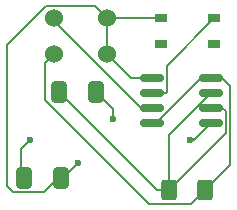
<source format=gbr>
%TF.GenerationSoftware,KiCad,Pcbnew,8.0.6*%
%TF.CreationDate,2024-10-27T16:48:45-04:00*%
%TF.ProjectId,monostable,6d6f6e6f-7374-4616-926c-652e6b696361,rev?*%
%TF.SameCoordinates,Original*%
%TF.FileFunction,Copper,L1,Top*%
%TF.FilePolarity,Positive*%
%FSLAX46Y46*%
G04 Gerber Fmt 4.6, Leading zero omitted, Abs format (unit mm)*
G04 Created by KiCad (PCBNEW 8.0.6) date 2024-10-27 16:48:45*
%MOMM*%
%LPD*%
G01*
G04 APERTURE LIST*
G04 Aperture macros list*
%AMRoundRect*
0 Rectangle with rounded corners*
0 $1 Rounding radius*
0 $2 $3 $4 $5 $6 $7 $8 $9 X,Y pos of 4 corners*
0 Add a 4 corners polygon primitive as box body*
4,1,4,$2,$3,$4,$5,$6,$7,$8,$9,$2,$3,0*
0 Add four circle primitives for the rounded corners*
1,1,$1+$1,$2,$3*
1,1,$1+$1,$4,$5*
1,1,$1+$1,$6,$7*
1,1,$1+$1,$8,$9*
0 Add four rect primitives between the rounded corners*
20,1,$1+$1,$2,$3,$4,$5,0*
20,1,$1+$1,$4,$5,$6,$7,0*
20,1,$1+$1,$6,$7,$8,$9,0*
20,1,$1+$1,$8,$9,$2,$3,0*%
G04 Aperture macros list end*
%TA.AperFunction,SMDPad,CuDef*%
%ADD10RoundRect,0.150000X-0.825000X-0.150000X0.825000X-0.150000X0.825000X0.150000X-0.825000X0.150000X0*%
%TD*%
%TA.AperFunction,SMDPad,CuDef*%
%ADD11R,0.990600X0.711200*%
%TD*%
%TA.AperFunction,SMDPad,CuDef*%
%ADD12RoundRect,0.250000X-0.400000X-0.625000X0.400000X-0.625000X0.400000X0.625000X-0.400000X0.625000X0*%
%TD*%
%TA.AperFunction,ComponentPad*%
%ADD13C,1.524000*%
%TD*%
%TA.AperFunction,SMDPad,CuDef*%
%ADD14RoundRect,0.250000X-0.412500X-0.650000X0.412500X-0.650000X0.412500X0.650000X-0.412500X0.650000X0*%
%TD*%
%TA.AperFunction,ViaPad*%
%ADD15C,0.600000*%
%TD*%
%TA.AperFunction,Conductor*%
%ADD16C,0.200000*%
%TD*%
G04 APERTURE END LIST*
D10*
%TO.P,U1,1,GND*%
%TO.N,GND*%
X137550000Y-44000000D03*
%TO.P,U1,2,TR*%
%TO.N,Net-(U1-TR)*%
X137550000Y-45270000D03*
%TO.P,U1,3,Q*%
%TO.N,Net-(J1-Pin_1)*%
X137550000Y-46540000D03*
%TO.P,U1,4,R*%
%TO.N,VCC*%
X137550000Y-47810000D03*
%TO.P,U1,5,CV*%
%TO.N,Net-(U1-CV)*%
X142500000Y-47810000D03*
%TO.P,U1,6,THR*%
%TO.N,Net-(U1-DIS)*%
X142500000Y-46540000D03*
%TO.P,U1,7,DIS*%
X142500000Y-45270000D03*
%TO.P,U1,8,VCC*%
%TO.N,VCC*%
X142500000Y-44000000D03*
%TD*%
D11*
%TO.P,SW1,1,1*%
%TO.N,GND*%
X138330799Y-38966501D03*
%TO.P,SW1,2,2*%
%TO.N,Net-(U1-TR)*%
X142830801Y-38966501D03*
%TO.P,SW1,3*%
%TO.N,N/C*%
X138330799Y-41116499D03*
%TO.P,SW1,4*%
X142830801Y-41116499D03*
%TD*%
D12*
%TO.P,R1,1*%
%TO.N,Net-(U1-DIS)*%
X138950000Y-53500000D03*
%TO.P,R1,2*%
%TO.N,VCC*%
X142050000Y-53500000D03*
%TD*%
D13*
%TO.P,J2,1,Pin_1*%
%TO.N,VCC*%
X129250000Y-41994000D03*
%TO.P,J2,2,Pin_2*%
%TO.N,GND*%
X133750000Y-41994000D03*
%TD*%
%TO.P,J1,1,Pin_1*%
%TO.N,Net-(J1-Pin_1)*%
X129250000Y-38959999D03*
%TO.P,J1,2,Pin_2*%
%TO.N,GND*%
X133750000Y-38959999D03*
%TD*%
D14*
%TO.P,C2,1*%
%TO.N,Net-(U1-CV)*%
X126687500Y-52500000D03*
%TO.P,C2,2*%
%TO.N,GND*%
X129812500Y-52500000D03*
%TD*%
%TO.P,C1,1*%
%TO.N,Net-(U1-DIS)*%
X129687500Y-45250000D03*
%TO.P,C1,2*%
%TO.N,GND*%
X132812500Y-45250000D03*
%TD*%
D15*
%TO.N,GND*%
X134250000Y-47500000D03*
X131250000Y-51250000D03*
%TO.N,Net-(U1-CV)*%
X127250000Y-49250000D03*
X140750000Y-49250000D03*
%TD*%
D16*
%TO.N,GND*%
X134250000Y-46687500D02*
X132812500Y-45250000D01*
X134250000Y-47500000D02*
X134250000Y-46687500D01*
X130000000Y-52500000D02*
X131250000Y-51250000D01*
X129562500Y-52500000D02*
X130000000Y-52500000D01*
X128602001Y-37897999D02*
X132688000Y-37897999D01*
X125250000Y-41250000D02*
X128602001Y-37897999D01*
X125250000Y-53159744D02*
X125250000Y-41250000D01*
X128362500Y-53700000D02*
X125790256Y-53700000D01*
X125790256Y-53700000D02*
X125250000Y-53159744D01*
X129562500Y-52500000D02*
X128362500Y-53700000D01*
X132688000Y-37897999D02*
X133750000Y-38959999D01*
%TO.N,Net-(U1-CV)*%
X126437500Y-50062500D02*
X126437500Y-52500000D01*
X127250000Y-49250000D02*
X126437500Y-50062500D01*
X140750000Y-49250000D02*
X140845000Y-49155000D01*
X140845000Y-49155000D02*
X141155000Y-49155000D01*
X142500000Y-47810000D02*
X141155000Y-49155000D01*
X141060000Y-49250000D02*
X140750000Y-49250000D01*
%TO.N,Net-(U1-TR)*%
X138730000Y-45270000D02*
X137550000Y-45270000D01*
X138825000Y-45175000D02*
X138730000Y-45270000D01*
X138825000Y-42972302D02*
X138825000Y-45175000D01*
X142830801Y-38966501D02*
X138825000Y-42972302D01*
%TO.N,GND*%
X138324297Y-38959999D02*
X138330799Y-38966501D01*
X133750000Y-38959999D02*
X138324297Y-38959999D01*
X133750000Y-41994000D02*
X133750000Y-38959999D01*
X135756000Y-44000000D02*
X133750000Y-41994000D01*
X137550000Y-44000000D02*
X135756000Y-44000000D01*
%TO.N,Net-(J1-Pin_1)*%
X129250000Y-39214999D02*
X129250000Y-38959999D01*
X136575001Y-46540000D02*
X129250000Y-39214999D01*
X137550000Y-46540000D02*
X136575001Y-46540000D01*
%TO.N,VCC*%
X137895552Y-47810000D02*
X137550000Y-47810000D01*
X141705552Y-44000000D02*
X137895552Y-47810000D01*
X142500000Y-44000000D02*
X141705552Y-44000000D01*
X128488001Y-42755999D02*
X129250000Y-41994000D01*
X137265256Y-54675000D02*
X128488001Y-45897745D01*
X128488001Y-45897745D02*
X128488001Y-42755999D01*
X140875000Y-54675000D02*
X137265256Y-54675000D01*
X142050000Y-53500000D02*
X140875000Y-54675000D01*
X144175000Y-44675000D02*
X143500000Y-44000000D01*
X144175000Y-51375000D02*
X144175000Y-44675000D01*
X142050000Y-53500000D02*
X144175000Y-51375000D01*
X143500000Y-44000000D02*
X142500000Y-44000000D01*
%TO.N,Net-(U1-DIS)*%
X138950000Y-48820000D02*
X142500000Y-45270000D01*
X138950000Y-53500000D02*
X138950000Y-48820000D01*
X143775000Y-46840001D02*
X143474999Y-46540000D01*
X143474999Y-46540000D02*
X142500000Y-46540000D01*
X143775000Y-48675000D02*
X143775000Y-46840001D01*
X138950000Y-53500000D02*
X143775000Y-48675000D01*
X137937500Y-53500000D02*
X129687500Y-45250000D01*
X138950000Y-53500000D02*
X137937500Y-53500000D01*
%TD*%
M02*

</source>
